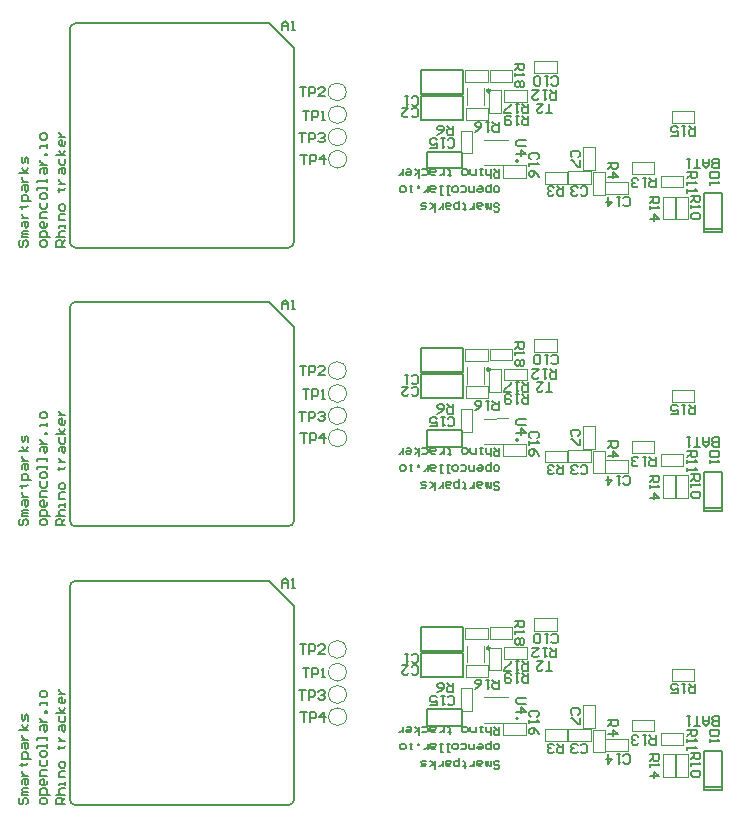
<source format=gto>
G04*
G04 #@! TF.GenerationSoftware,Altium Limited,Altium Designer,19.1.6 (110)*
G04*
G04 Layer_Color=65535*
%FSAX25Y25*%
%MOIN*%
G70*
G01*
G75*
%ADD27C,0.00787*%
%ADD30C,0.01000*%
%ADD33C,0.00591*%
%ADD34C,0.00598*%
%ADD77C,0.00394*%
D27*
X0305589Y0340472D02*
G03*
X0305589Y0340472I0000435J0000000D01*
G01*
X0374457Y0329818D02*
Y0316818D01*
Y0329818D02*
X0368457D01*
Y0316818D01*
X0374457Y0317818D02*
X0368457D01*
X0374457Y0316818D02*
X0368457D01*
X0287522Y0338116D02*
X0276022D01*
Y0343616D02*
Y0338116D01*
X0287522Y0343616D02*
X0276022D01*
X0287522D02*
Y0338116D01*
X0288102Y0354267D02*
X0274102D01*
X0288102Y0362267D02*
Y0354267D01*
Y0362267D02*
X0274102D01*
Y0354267D01*
X0288102Y0362968D02*
X0274102D01*
X0288102Y0370968D02*
Y0362968D01*
Y0370968D02*
X0274102D01*
Y0362968D01*
X0305589Y0247558D02*
G03*
X0305589Y0247558I0000435J0000000D01*
G01*
X0374457Y0236905D02*
Y0223905D01*
Y0236905D02*
X0368457D01*
Y0223905D01*
X0374457Y0224905D02*
X0368457D01*
X0374457Y0223905D02*
X0368457D01*
X0287522Y0245202D02*
X0276022D01*
Y0250702D02*
Y0245202D01*
X0287522Y0250702D02*
X0276022D01*
X0287522D02*
Y0245202D01*
X0288102Y0261354D02*
X0274102D01*
X0288102Y0269354D02*
Y0261354D01*
Y0269354D02*
X0274102D01*
Y0261354D01*
X0288102Y0270055D02*
X0274102D01*
X0288102Y0278055D02*
Y0270055D01*
Y0278055D02*
X0274102D01*
Y0270055D01*
X0305589Y0154645D02*
G03*
X0305589Y0154645I0000435J0000000D01*
G01*
X0374457Y0143992D02*
Y0130992D01*
Y0143992D02*
X0368457D01*
Y0130992D01*
X0374457Y0131992D02*
X0368457D01*
X0374457Y0130992D02*
X0368457D01*
X0287522Y0152289D02*
X0276022D01*
Y0157789D02*
Y0152289D01*
X0287522Y0157789D02*
X0276022D01*
X0287522D02*
Y0152289D01*
X0288102Y0168440D02*
X0274102D01*
X0288102Y0176440D02*
Y0168440D01*
Y0176440D02*
X0274102D01*
Y0168440D01*
X0288102Y0177141D02*
X0274102D01*
X0288102Y0185141D02*
Y0177141D01*
Y0185141D02*
X0274102D01*
Y0177141D01*
X0158858Y0200591D02*
G03*
X0156890Y0198622I0000000J-0001969D01*
G01*
Y0127756D02*
G03*
X0158858Y0125787I0001969J0000000D01*
G01*
X0229724D02*
G03*
X0231693Y0127756I0000000J0001969D01*
G01*
X0158858Y0125787D02*
X0229724D01*
X0156890Y0127756D02*
Y0198622D01*
X0158858Y0200591D02*
X0223425D01*
X0231693Y0192323D01*
Y0127756D02*
Y0192323D01*
X0158858Y0293504D02*
G03*
X0156890Y0291535I0000000J-0001969D01*
G01*
Y0220669D02*
G03*
X0158858Y0218701I0001969J0000000D01*
G01*
X0229724D02*
G03*
X0231693Y0220669I0000000J0001969D01*
G01*
X0158858Y0218701D02*
X0229724D01*
X0156890Y0220669D02*
Y0291535D01*
X0158858Y0293504D02*
X0223425D01*
X0231693Y0285236D01*
Y0220669D02*
Y0285236D01*
X0158858Y0386417D02*
G03*
X0156890Y0384449I0000000J-0001969D01*
G01*
Y0313583D02*
G03*
X0158858Y0311614I0001969J0000000D01*
G01*
X0229724D02*
G03*
X0231693Y0313583I0000000J0001969D01*
G01*
X0158858Y0311614D02*
X0229724D01*
X0156890Y0313583D02*
Y0384449D01*
X0158858Y0386417D02*
X0223425D01*
X0231693Y0378150D01*
Y0313583D02*
Y0378150D01*
D30*
X0296062Y0363936D02*
G03*
X0296062Y0363936I0000473J0000000D01*
G01*
Y0271023D02*
G03*
X0296062Y0271023I0000473J0000000D01*
G01*
Y0178110D02*
G03*
X0296062Y0178110I0000473J0000000D01*
G01*
D33*
X0298242Y0324097D02*
X0298701Y0323638D01*
X0299620D01*
X0300079Y0324097D01*
Y0324557D01*
X0299620Y0325016D01*
X0298701D01*
X0298242Y0325475D01*
Y0325934D01*
X0298701Y0326393D01*
X0299620D01*
X0300079Y0325934D01*
X0297324Y0326393D02*
Y0324557D01*
X0296865D01*
X0296405Y0325016D01*
Y0326393D01*
Y0325016D01*
X0295946Y0324557D01*
X0295487Y0325016D01*
Y0326393D01*
X0294110Y0324557D02*
X0293191D01*
X0292732Y0325016D01*
Y0326393D01*
X0294110D01*
X0294569Y0325934D01*
X0294110Y0325475D01*
X0292732D01*
X0291814Y0324557D02*
Y0326393D01*
Y0325475D01*
X0291354Y0325016D01*
X0290895Y0324557D01*
X0290436D01*
X0288599Y0324097D02*
Y0324557D01*
X0289059D01*
X0288140D01*
X0288599D01*
Y0325934D01*
X0288140Y0326393D01*
X0286763Y0327312D02*
Y0324557D01*
X0285385D01*
X0284926Y0325016D01*
Y0325934D01*
X0285385Y0326393D01*
X0286763D01*
X0283548Y0324557D02*
X0282630D01*
X0282171Y0325016D01*
Y0326393D01*
X0283548D01*
X0284008Y0325934D01*
X0283548Y0325475D01*
X0282171D01*
X0281253Y0324557D02*
Y0326393D01*
Y0325475D01*
X0280793Y0325016D01*
X0280334Y0324557D01*
X0279875D01*
X0278498Y0326393D02*
Y0323638D01*
Y0325475D02*
X0277120Y0324557D01*
X0278498Y0325475D02*
X0277120Y0326393D01*
X0275743D02*
X0274365D01*
X0273906Y0325934D01*
X0274365Y0325475D01*
X0275284D01*
X0275743Y0325016D01*
X0275284Y0324557D01*
X0273906D01*
X0299620Y0332035D02*
X0298701D01*
X0298242Y0331576D01*
Y0330658D01*
X0298701Y0330198D01*
X0299620D01*
X0300079Y0330658D01*
Y0331576D01*
X0299620Y0332035D01*
X0297324Y0332953D02*
Y0330198D01*
X0295946D01*
X0295487Y0330658D01*
Y0331576D01*
X0295946Y0332035D01*
X0297324D01*
X0293191D02*
X0294110D01*
X0294569Y0331576D01*
Y0330658D01*
X0294110Y0330198D01*
X0293191D01*
X0292732Y0330658D01*
Y0331117D01*
X0294569D01*
X0291814Y0332035D02*
Y0330198D01*
X0290436D01*
X0289977Y0330658D01*
Y0332035D01*
X0287222Y0330198D02*
X0288599D01*
X0289059Y0330658D01*
Y0331576D01*
X0288599Y0332035D01*
X0287222D01*
X0285844D02*
X0284926D01*
X0284467Y0331576D01*
Y0330658D01*
X0284926Y0330198D01*
X0285844D01*
X0286304Y0330658D01*
Y0331576D01*
X0285844Y0332035D01*
X0283548D02*
X0282630D01*
X0283089D01*
Y0329280D01*
X0283548D01*
X0281253Y0332035D02*
X0280334D01*
X0280793D01*
Y0329280D01*
X0281253D01*
X0278498Y0330198D02*
X0277579D01*
X0277120Y0330658D01*
Y0332035D01*
X0278498D01*
X0278957Y0331576D01*
X0278498Y0331117D01*
X0277120D01*
X0276202Y0330198D02*
Y0332035D01*
Y0331117D01*
X0275743Y0330658D01*
X0275284Y0330198D01*
X0274824D01*
X0273447Y0332035D02*
Y0331576D01*
X0272988D01*
Y0332035D01*
X0273447D01*
X0271151D02*
X0270233D01*
X0270692D01*
Y0330198D01*
X0271151D01*
X0268396Y0332035D02*
X0267478D01*
X0267018Y0331576D01*
Y0330658D01*
X0267478Y0330198D01*
X0268396D01*
X0268855Y0330658D01*
Y0331576D01*
X0268396Y0332035D01*
X0300079Y0337677D02*
Y0334922D01*
X0298701D01*
X0298242Y0335381D01*
Y0336299D01*
X0298701Y0336758D01*
X0300079D01*
X0299160D02*
X0298242Y0337677D01*
X0297324Y0334922D02*
Y0337677D01*
Y0336299D01*
X0296865Y0335840D01*
X0295946D01*
X0295487Y0336299D01*
Y0337677D01*
X0294569D02*
X0293650D01*
X0294110D01*
Y0335840D01*
X0294569D01*
X0292273Y0337677D02*
Y0335840D01*
X0290895D01*
X0290436Y0336299D01*
Y0337677D01*
X0289059D02*
X0288140D01*
X0287681Y0337217D01*
Y0336299D01*
X0288140Y0335840D01*
X0289059D01*
X0289518Y0336299D01*
Y0337217D01*
X0289059Y0337677D01*
X0283548Y0335381D02*
Y0335840D01*
X0284008D01*
X0283089D01*
X0283548D01*
Y0337217D01*
X0283089Y0337677D01*
X0281712Y0335840D02*
Y0337677D01*
Y0336758D01*
X0281253Y0336299D01*
X0280793Y0335840D01*
X0280334D01*
X0278498D02*
X0277579D01*
X0277120Y0336299D01*
Y0337677D01*
X0278498D01*
X0278957Y0337217D01*
X0278498Y0336758D01*
X0277120D01*
X0274365Y0335840D02*
X0275743D01*
X0276202Y0336299D01*
Y0337217D01*
X0275743Y0337677D01*
X0274365D01*
X0273447D02*
Y0334922D01*
Y0336758D02*
X0272069Y0335840D01*
X0273447Y0336758D02*
X0272069Y0337677D01*
X0269314D02*
X0270233D01*
X0270692Y0337217D01*
Y0336299D01*
X0270233Y0335840D01*
X0269314D01*
X0268855Y0336299D01*
Y0336758D01*
X0270692D01*
X0267937Y0335840D02*
Y0337677D01*
Y0336758D01*
X0267478Y0336299D01*
X0267018Y0335840D01*
X0266559D01*
X0362795Y0336810D02*
X0365944D01*
Y0335236D01*
X0365419Y0334712D01*
X0364370D01*
X0363845Y0335236D01*
Y0336810D01*
Y0335761D02*
X0362795Y0334712D01*
Y0333662D02*
Y0332612D01*
Y0333137D01*
X0365944D01*
X0365419Y0333662D01*
X0362795Y0331038D02*
Y0329989D01*
Y0330513D01*
X0365944D01*
X0365419Y0331038D01*
X0365276Y0352126D02*
Y0348977D01*
X0363701D01*
X0363176Y0349502D01*
Y0350551D01*
X0363701Y0351076D01*
X0365276D01*
X0364226D02*
X0363176Y0352126D01*
X0362127D02*
X0361077D01*
X0361602D01*
Y0348977D01*
X0362127Y0349502D01*
X0357404Y0348977D02*
X0359503D01*
Y0350551D01*
X0358454Y0350026D01*
X0357929D01*
X0357404Y0350551D01*
Y0351601D01*
X0357929Y0352126D01*
X0358978D01*
X0359503Y0351601D01*
X0350197Y0328543D02*
X0353345D01*
Y0326969D01*
X0352821Y0326444D01*
X0351771D01*
X0351246Y0326969D01*
Y0328543D01*
Y0327493D02*
X0350197Y0326444D01*
Y0325394D02*
Y0324345D01*
Y0324869D01*
X0353345D01*
X0352821Y0325394D01*
X0350197Y0321196D02*
X0353345D01*
X0351771Y0322770D01*
Y0320671D01*
X0352165Y0334842D02*
Y0331693D01*
X0350591D01*
X0350066Y0332218D01*
Y0333268D01*
X0350591Y0333792D01*
X0352165D01*
X0351116D02*
X0350066Y0334842D01*
X0349017D02*
X0347967D01*
X0348492D01*
Y0331693D01*
X0349017Y0332218D01*
X0346393D02*
X0345868Y0331693D01*
X0344819D01*
X0344294Y0332218D01*
Y0332743D01*
X0344819Y0333268D01*
X0345343D01*
X0344819D01*
X0344294Y0333792D01*
Y0334317D01*
X0344819Y0334842D01*
X0345868D01*
X0346393Y0334317D01*
X0363976Y0328937D02*
X0367125D01*
Y0327362D01*
X0366600Y0326837D01*
X0365551D01*
X0365026Y0327362D01*
Y0328937D01*
Y0327887D02*
X0363976Y0326837D01*
Y0325788D02*
Y0324738D01*
Y0325263D01*
X0367125D01*
X0366600Y0325788D01*
Y0323164D02*
X0367125Y0322639D01*
Y0321590D01*
X0366600Y0321065D01*
X0364501D01*
X0363976Y0321590D01*
Y0322639D01*
X0364501Y0323164D01*
X0366600D01*
X0327232Y0329462D02*
X0327756Y0328938D01*
X0328806D01*
X0329331Y0329462D01*
Y0331561D01*
X0328806Y0332086D01*
X0327756D01*
X0327232Y0331561D01*
X0326182Y0329462D02*
X0325657Y0328938D01*
X0324608D01*
X0324083Y0329462D01*
Y0329987D01*
X0324608Y0330512D01*
X0325132D01*
X0324608D01*
X0324083Y0331037D01*
Y0331561D01*
X0324608Y0332086D01*
X0325657D01*
X0326182Y0331561D01*
X0373228Y0338111D02*
Y0341259D01*
X0371654D01*
X0371129Y0340735D01*
Y0340210D01*
X0371654Y0339685D01*
X0373228D01*
X0371654D01*
X0371129Y0339160D01*
Y0338635D01*
X0371654Y0338111D01*
X0373228D01*
X0370080Y0341259D02*
Y0339160D01*
X0369030Y0338111D01*
X0367981Y0339160D01*
Y0341259D01*
Y0339685D01*
X0370080D01*
X0366931Y0338111D02*
X0364832D01*
X0365882D01*
Y0341259D01*
X0363783D02*
X0362733D01*
X0363258D01*
Y0338111D01*
X0363783Y0338635D01*
X0308857Y0347440D02*
X0306233D01*
X0305709Y0346916D01*
Y0345866D01*
X0306233Y0345341D01*
X0308857D01*
X0305709Y0342718D02*
X0308857D01*
X0307283Y0344292D01*
Y0342193D01*
X0284724Y0352322D02*
Y0349174D01*
X0283150D01*
X0282625Y0349698D01*
Y0350748D01*
X0283150Y0351273D01*
X0284724D01*
X0283675D02*
X0282625Y0352322D01*
X0279477Y0349174D02*
X0280526Y0349698D01*
X0281576Y0350748D01*
Y0351798D01*
X0281051Y0352322D01*
X0280001D01*
X0279477Y0351798D01*
Y0351273D01*
X0280001Y0350748D01*
X0281576D01*
X0336417Y0339960D02*
X0339566D01*
Y0338386D01*
X0339041Y0337861D01*
X0337991D01*
X0337467Y0338386D01*
Y0339960D01*
Y0338911D02*
X0336417Y0337861D01*
Y0335237D02*
X0339566D01*
X0337991Y0336811D01*
Y0334713D01*
X0321457Y0332086D02*
Y0328938D01*
X0319882D01*
X0319357Y0329462D01*
Y0330512D01*
X0319882Y0331037D01*
X0321457D01*
X0320407D02*
X0319357Y0332086D01*
X0318308Y0329462D02*
X0317783Y0328938D01*
X0316734D01*
X0316209Y0329462D01*
Y0329987D01*
X0316734Y0330512D01*
X0317259D01*
X0316734D01*
X0316209Y0331037D01*
Y0331561D01*
X0316734Y0332086D01*
X0317783D01*
X0318308Y0331561D01*
X0373424Y0336810D02*
X0370275D01*
Y0335236D01*
X0370800Y0334712D01*
X0372899D01*
X0373424Y0335236D01*
Y0336810D01*
X0370275Y0333662D02*
Y0332612D01*
Y0333137D01*
X0373424D01*
X0372899Y0333662D01*
X0312663Y0341011D02*
X0313188Y0341535D01*
Y0342585D01*
X0312663Y0343110D01*
X0310564D01*
X0310039Y0342585D01*
Y0341535D01*
X0310564Y0341011D01*
X0310039Y0339961D02*
Y0338912D01*
Y0339436D01*
X0313188D01*
X0312663Y0339961D01*
X0313188Y0335238D02*
X0312663Y0336288D01*
X0311614Y0337337D01*
X0310564D01*
X0310039Y0336812D01*
Y0335763D01*
X0310564Y0335238D01*
X0311089D01*
X0311614Y0335763D01*
Y0337337D01*
X0282901Y0345446D02*
X0283426Y0344922D01*
X0284475D01*
X0285000Y0345446D01*
Y0347546D01*
X0284475Y0348070D01*
X0283426D01*
X0282901Y0347546D01*
X0281851Y0348070D02*
X0280802D01*
X0281327D01*
Y0344922D01*
X0281851Y0345446D01*
X0277128Y0344922D02*
X0279227D01*
Y0346496D01*
X0278178Y0345971D01*
X0277653D01*
X0277128Y0346496D01*
Y0347546D01*
X0277653Y0348070D01*
X0278703D01*
X0279227Y0347546D01*
X0341405Y0325919D02*
X0341930Y0325394D01*
X0342979D01*
X0343504Y0325919D01*
Y0328018D01*
X0342979Y0328543D01*
X0341930D01*
X0341405Y0328018D01*
X0340355Y0328543D02*
X0339306D01*
X0339830D01*
Y0325394D01*
X0340355Y0325919D01*
X0336157Y0328543D02*
Y0325394D01*
X0337731Y0326969D01*
X0335632D01*
X0317428Y0366155D02*
X0317953Y0365630D01*
X0319003D01*
X0319528Y0366155D01*
Y0368254D01*
X0319003Y0368779D01*
X0317953D01*
X0317428Y0368254D01*
X0316379Y0368779D02*
X0315329D01*
X0315854D01*
Y0365630D01*
X0316379Y0366155D01*
X0313755D02*
X0313230Y0365630D01*
X0312181D01*
X0311656Y0366155D01*
Y0368254D01*
X0312181Y0368779D01*
X0313230D01*
X0313755Y0368254D01*
Y0366155D01*
X0326482Y0341798D02*
X0327007Y0342323D01*
Y0343372D01*
X0326482Y0343897D01*
X0324383D01*
X0323858Y0343372D01*
Y0342323D01*
X0324383Y0341798D01*
X0327007Y0340749D02*
Y0338650D01*
X0326482D01*
X0324383Y0340749D01*
X0323858D01*
X0270854Y0355604D02*
X0271378Y0355079D01*
X0272428D01*
X0272953Y0355604D01*
Y0357703D01*
X0272428Y0358228D01*
X0271378D01*
X0270854Y0357703D01*
X0267705Y0358228D02*
X0269804D01*
X0267705Y0356129D01*
Y0355604D01*
X0268230Y0355079D01*
X0269279D01*
X0269804Y0355604D01*
X0270854Y0359502D02*
X0271378Y0358977D01*
X0272428D01*
X0272953Y0359502D01*
Y0361601D01*
X0272428Y0362125D01*
X0271378D01*
X0270854Y0361601D01*
X0269804Y0362125D02*
X0268755D01*
X0269279D01*
Y0358977D01*
X0269804Y0359502D01*
X0298242Y0231184D02*
X0298701Y0230725D01*
X0299620D01*
X0300079Y0231184D01*
Y0231643D01*
X0299620Y0232102D01*
X0298701D01*
X0298242Y0232562D01*
Y0233021D01*
X0298701Y0233480D01*
X0299620D01*
X0300079Y0233021D01*
X0297324Y0233480D02*
Y0231643D01*
X0296865D01*
X0296405Y0232102D01*
Y0233480D01*
Y0232102D01*
X0295946Y0231643D01*
X0295487Y0232102D01*
Y0233480D01*
X0294110Y0231643D02*
X0293191D01*
X0292732Y0232102D01*
Y0233480D01*
X0294110D01*
X0294569Y0233021D01*
X0294110Y0232562D01*
X0292732D01*
X0291814Y0231643D02*
Y0233480D01*
Y0232562D01*
X0291354Y0232102D01*
X0290895Y0231643D01*
X0290436D01*
X0288599Y0231184D02*
Y0231643D01*
X0289059D01*
X0288140D01*
X0288599D01*
Y0233021D01*
X0288140Y0233480D01*
X0286763Y0234398D02*
Y0231643D01*
X0285385D01*
X0284926Y0232102D01*
Y0233021D01*
X0285385Y0233480D01*
X0286763D01*
X0283548Y0231643D02*
X0282630D01*
X0282171Y0232102D01*
Y0233480D01*
X0283548D01*
X0284008Y0233021D01*
X0283548Y0232562D01*
X0282171D01*
X0281253Y0231643D02*
Y0233480D01*
Y0232562D01*
X0280793Y0232102D01*
X0280334Y0231643D01*
X0279875D01*
X0278498Y0233480D02*
Y0230725D01*
Y0232562D02*
X0277120Y0231643D01*
X0278498Y0232562D02*
X0277120Y0233480D01*
X0275743D02*
X0274365D01*
X0273906Y0233021D01*
X0274365Y0232562D01*
X0275284D01*
X0275743Y0232102D01*
X0275284Y0231643D01*
X0273906D01*
X0299620Y0239122D02*
X0298701D01*
X0298242Y0238662D01*
Y0237744D01*
X0298701Y0237285D01*
X0299620D01*
X0300079Y0237744D01*
Y0238662D01*
X0299620Y0239122D01*
X0297324Y0240040D02*
Y0237285D01*
X0295946D01*
X0295487Y0237744D01*
Y0238662D01*
X0295946Y0239122D01*
X0297324D01*
X0293191D02*
X0294110D01*
X0294569Y0238662D01*
Y0237744D01*
X0294110Y0237285D01*
X0293191D01*
X0292732Y0237744D01*
Y0238203D01*
X0294569D01*
X0291814Y0239122D02*
Y0237285D01*
X0290436D01*
X0289977Y0237744D01*
Y0239122D01*
X0287222Y0237285D02*
X0288599D01*
X0289059Y0237744D01*
Y0238662D01*
X0288599Y0239122D01*
X0287222D01*
X0285844D02*
X0284926D01*
X0284467Y0238662D01*
Y0237744D01*
X0284926Y0237285D01*
X0285844D01*
X0286304Y0237744D01*
Y0238662D01*
X0285844Y0239122D01*
X0283548D02*
X0282630D01*
X0283089D01*
Y0236367D01*
X0283548D01*
X0281253Y0239122D02*
X0280334D01*
X0280793D01*
Y0236367D01*
X0281253D01*
X0278498Y0237285D02*
X0277579D01*
X0277120Y0237744D01*
Y0239122D01*
X0278498D01*
X0278957Y0238662D01*
X0278498Y0238203D01*
X0277120D01*
X0276202Y0237285D02*
Y0239122D01*
Y0238203D01*
X0275743Y0237744D01*
X0275284Y0237285D01*
X0274824D01*
X0273447Y0239122D02*
Y0238662D01*
X0272988D01*
Y0239122D01*
X0273447D01*
X0271151D02*
X0270233D01*
X0270692D01*
Y0237285D01*
X0271151D01*
X0268396Y0239122D02*
X0267478D01*
X0267018Y0238662D01*
Y0237744D01*
X0267478Y0237285D01*
X0268396D01*
X0268855Y0237744D01*
Y0238662D01*
X0268396Y0239122D01*
X0300079Y0244763D02*
Y0242008D01*
X0298701D01*
X0298242Y0242467D01*
Y0243386D01*
X0298701Y0243845D01*
X0300079D01*
X0299160D02*
X0298242Y0244763D01*
X0297324Y0242008D02*
Y0244763D01*
Y0243386D01*
X0296865Y0242927D01*
X0295946D01*
X0295487Y0243386D01*
Y0244763D01*
X0294569D02*
X0293650D01*
X0294110D01*
Y0242927D01*
X0294569D01*
X0292273Y0244763D02*
Y0242927D01*
X0290895D01*
X0290436Y0243386D01*
Y0244763D01*
X0289059D02*
X0288140D01*
X0287681Y0244304D01*
Y0243386D01*
X0288140Y0242927D01*
X0289059D01*
X0289518Y0243386D01*
Y0244304D01*
X0289059Y0244763D01*
X0283548Y0242467D02*
Y0242927D01*
X0284008D01*
X0283089D01*
X0283548D01*
Y0244304D01*
X0283089Y0244763D01*
X0281712Y0242927D02*
Y0244763D01*
Y0243845D01*
X0281253Y0243386D01*
X0280793Y0242927D01*
X0280334D01*
X0278498D02*
X0277579D01*
X0277120Y0243386D01*
Y0244763D01*
X0278498D01*
X0278957Y0244304D01*
X0278498Y0243845D01*
X0277120D01*
X0274365Y0242927D02*
X0275743D01*
X0276202Y0243386D01*
Y0244304D01*
X0275743Y0244763D01*
X0274365D01*
X0273447D02*
Y0242008D01*
Y0243845D02*
X0272069Y0242927D01*
X0273447Y0243845D02*
X0272069Y0244763D01*
X0269314D02*
X0270233D01*
X0270692Y0244304D01*
Y0243386D01*
X0270233Y0242927D01*
X0269314D01*
X0268855Y0243386D01*
Y0243845D01*
X0270692D01*
X0267937Y0242927D02*
Y0244763D01*
Y0243845D01*
X0267478Y0243386D01*
X0267018Y0242927D01*
X0266559D01*
X0362795Y0243897D02*
X0365944D01*
Y0242323D01*
X0365419Y0241798D01*
X0364370D01*
X0363845Y0242323D01*
Y0243897D01*
Y0242848D02*
X0362795Y0241798D01*
Y0240749D02*
Y0239699D01*
Y0240224D01*
X0365944D01*
X0365419Y0240749D01*
X0362795Y0238125D02*
Y0237075D01*
Y0237600D01*
X0365944D01*
X0365419Y0238125D01*
X0365276Y0259212D02*
Y0256064D01*
X0363701D01*
X0363176Y0256588D01*
Y0257638D01*
X0363701Y0258162D01*
X0365276D01*
X0364226D02*
X0363176Y0259212D01*
X0362127D02*
X0361077D01*
X0361602D01*
Y0256064D01*
X0362127Y0256588D01*
X0357404Y0256064D02*
X0359503D01*
Y0257638D01*
X0358454Y0257113D01*
X0357929D01*
X0357404Y0257638D01*
Y0258687D01*
X0357929Y0259212D01*
X0358978D01*
X0359503Y0258687D01*
X0350197Y0235629D02*
X0353345D01*
Y0234055D01*
X0352821Y0233530D01*
X0351771D01*
X0351246Y0234055D01*
Y0235629D01*
Y0234580D02*
X0350197Y0233530D01*
Y0232481D02*
Y0231431D01*
Y0231956D01*
X0353345D01*
X0352821Y0232481D01*
X0350197Y0228283D02*
X0353345D01*
X0351771Y0229857D01*
Y0227758D01*
X0352165Y0241929D02*
Y0238780D01*
X0350591D01*
X0350066Y0239305D01*
Y0240354D01*
X0350591Y0240879D01*
X0352165D01*
X0351116D02*
X0350066Y0241929D01*
X0349017D02*
X0347967D01*
X0348492D01*
Y0238780D01*
X0349017Y0239305D01*
X0346393D02*
X0345868Y0238780D01*
X0344819D01*
X0344294Y0239305D01*
Y0239829D01*
X0344819Y0240354D01*
X0345343D01*
X0344819D01*
X0344294Y0240879D01*
Y0241404D01*
X0344819Y0241929D01*
X0345868D01*
X0346393Y0241404D01*
X0363976Y0236023D02*
X0367125D01*
Y0234449D01*
X0366600Y0233924D01*
X0365551D01*
X0365026Y0234449D01*
Y0236023D01*
Y0234974D02*
X0363976Y0233924D01*
Y0232874D02*
Y0231825D01*
Y0232350D01*
X0367125D01*
X0366600Y0232874D01*
Y0230251D02*
X0367125Y0229726D01*
Y0228676D01*
X0366600Y0228152D01*
X0364501D01*
X0363976Y0228676D01*
Y0229726D01*
X0364501Y0230251D01*
X0366600D01*
X0327232Y0236549D02*
X0327756Y0236024D01*
X0328806D01*
X0329331Y0236549D01*
Y0238648D01*
X0328806Y0239173D01*
X0327756D01*
X0327232Y0238648D01*
X0326182Y0236549D02*
X0325657Y0236024D01*
X0324608D01*
X0324083Y0236549D01*
Y0237074D01*
X0324608Y0237598D01*
X0325132D01*
X0324608D01*
X0324083Y0238123D01*
Y0238648D01*
X0324608Y0239173D01*
X0325657D01*
X0326182Y0238648D01*
X0373228Y0245197D02*
Y0248346D01*
X0371654D01*
X0371129Y0247821D01*
Y0247296D01*
X0371654Y0246772D01*
X0373228D01*
X0371654D01*
X0371129Y0246247D01*
Y0245722D01*
X0371654Y0245197D01*
X0373228D01*
X0370080Y0248346D02*
Y0246247D01*
X0369030Y0245197D01*
X0367981Y0246247D01*
Y0248346D01*
Y0246772D01*
X0370080D01*
X0366931Y0245197D02*
X0364832D01*
X0365882D01*
Y0248346D01*
X0363783D02*
X0362733D01*
X0363258D01*
Y0245197D01*
X0363783Y0245722D01*
X0308857Y0254527D02*
X0306233D01*
X0305709Y0254002D01*
Y0252953D01*
X0306233Y0252428D01*
X0308857D01*
X0305709Y0249804D02*
X0308857D01*
X0307283Y0251378D01*
Y0249279D01*
X0284724Y0259409D02*
Y0256260D01*
X0283150D01*
X0282625Y0256785D01*
Y0257835D01*
X0283150Y0258359D01*
X0284724D01*
X0283675D02*
X0282625Y0259409D01*
X0279477Y0256260D02*
X0280526Y0256785D01*
X0281576Y0257835D01*
Y0258884D01*
X0281051Y0259409D01*
X0280001D01*
X0279477Y0258884D01*
Y0258359D01*
X0280001Y0257835D01*
X0281576D01*
X0336417Y0247047D02*
X0339566D01*
Y0245472D01*
X0339041Y0244948D01*
X0337991D01*
X0337467Y0245472D01*
Y0247047D01*
Y0245997D02*
X0336417Y0244948D01*
Y0242324D02*
X0339566D01*
X0337991Y0243898D01*
Y0241799D01*
X0321457Y0239173D02*
Y0236024D01*
X0319882D01*
X0319357Y0236549D01*
Y0237598D01*
X0319882Y0238123D01*
X0321457D01*
X0320407D02*
X0319357Y0239173D01*
X0318308Y0236549D02*
X0317783Y0236024D01*
X0316734D01*
X0316209Y0236549D01*
Y0237074D01*
X0316734Y0237598D01*
X0317259D01*
X0316734D01*
X0316209Y0238123D01*
Y0238648D01*
X0316734Y0239173D01*
X0317783D01*
X0318308Y0238648D01*
X0373424Y0243897D02*
X0370275D01*
Y0242323D01*
X0370800Y0241798D01*
X0372899D01*
X0373424Y0242323D01*
Y0243897D01*
X0370275Y0240749D02*
Y0239699D01*
Y0240224D01*
X0373424D01*
X0372899Y0240749D01*
X0312663Y0248097D02*
X0313188Y0248622D01*
Y0249672D01*
X0312663Y0250196D01*
X0310564D01*
X0310039Y0249672D01*
Y0248622D01*
X0310564Y0248097D01*
X0310039Y0247048D02*
Y0245998D01*
Y0246523D01*
X0313188D01*
X0312663Y0247048D01*
X0313188Y0242325D02*
X0312663Y0243374D01*
X0311614Y0244424D01*
X0310564D01*
X0310039Y0243899D01*
Y0242850D01*
X0310564Y0242325D01*
X0311089D01*
X0311614Y0242850D01*
Y0244424D01*
X0282901Y0252533D02*
X0283426Y0252008D01*
X0284475D01*
X0285000Y0252533D01*
Y0254632D01*
X0284475Y0255157D01*
X0283426D01*
X0282901Y0254632D01*
X0281851Y0255157D02*
X0280802D01*
X0281327D01*
Y0252008D01*
X0281851Y0252533D01*
X0277128Y0252008D02*
X0279227D01*
Y0253583D01*
X0278178Y0253058D01*
X0277653D01*
X0277128Y0253583D01*
Y0254632D01*
X0277653Y0255157D01*
X0278703D01*
X0279227Y0254632D01*
X0341405Y0233005D02*
X0341930Y0232481D01*
X0342979D01*
X0343504Y0233005D01*
Y0235105D01*
X0342979Y0235629D01*
X0341930D01*
X0341405Y0235105D01*
X0340355Y0235629D02*
X0339306D01*
X0339830D01*
Y0232481D01*
X0340355Y0233005D01*
X0336157Y0235629D02*
Y0232481D01*
X0337731Y0234055D01*
X0335632D01*
X0317428Y0273242D02*
X0317953Y0272717D01*
X0319003D01*
X0319528Y0273242D01*
Y0275341D01*
X0319003Y0275866D01*
X0317953D01*
X0317428Y0275341D01*
X0316379Y0275866D02*
X0315329D01*
X0315854D01*
Y0272717D01*
X0316379Y0273242D01*
X0313755D02*
X0313230Y0272717D01*
X0312181D01*
X0311656Y0273242D01*
Y0275341D01*
X0312181Y0275866D01*
X0313230D01*
X0313755Y0275341D01*
Y0273242D01*
X0326482Y0248885D02*
X0327007Y0249409D01*
Y0250459D01*
X0326482Y0250984D01*
X0324383D01*
X0323858Y0250459D01*
Y0249409D01*
X0324383Y0248885D01*
X0327007Y0247835D02*
Y0245736D01*
X0326482D01*
X0324383Y0247835D01*
X0323858D01*
X0270854Y0262691D02*
X0271378Y0262166D01*
X0272428D01*
X0272953Y0262691D01*
Y0264790D01*
X0272428Y0265314D01*
X0271378D01*
X0270854Y0264790D01*
X0267705Y0265314D02*
X0269804D01*
X0267705Y0263215D01*
Y0262691D01*
X0268230Y0262166D01*
X0269279D01*
X0269804Y0262691D01*
X0270854Y0266588D02*
X0271378Y0266063D01*
X0272428D01*
X0272953Y0266588D01*
Y0268687D01*
X0272428Y0269212D01*
X0271378D01*
X0270854Y0268687D01*
X0269804Y0269212D02*
X0268755D01*
X0269279D01*
Y0266063D01*
X0269804Y0266588D01*
X0298242Y0138271D02*
X0298701Y0137812D01*
X0299620D01*
X0300079Y0138271D01*
Y0138730D01*
X0299620Y0139189D01*
X0298701D01*
X0298242Y0139648D01*
Y0140107D01*
X0298701Y0140567D01*
X0299620D01*
X0300079Y0140107D01*
X0297324Y0140567D02*
Y0138730D01*
X0296865D01*
X0296405Y0139189D01*
Y0140567D01*
Y0139189D01*
X0295946Y0138730D01*
X0295487Y0139189D01*
Y0140567D01*
X0294110Y0138730D02*
X0293191D01*
X0292732Y0139189D01*
Y0140567D01*
X0294110D01*
X0294569Y0140107D01*
X0294110Y0139648D01*
X0292732D01*
X0291814Y0138730D02*
Y0140567D01*
Y0139648D01*
X0291354Y0139189D01*
X0290895Y0138730D01*
X0290436D01*
X0288599Y0138271D02*
Y0138730D01*
X0289059D01*
X0288140D01*
X0288599D01*
Y0140107D01*
X0288140Y0140567D01*
X0286763Y0141485D02*
Y0138730D01*
X0285385D01*
X0284926Y0139189D01*
Y0140107D01*
X0285385Y0140567D01*
X0286763D01*
X0283548Y0138730D02*
X0282630D01*
X0282171Y0139189D01*
Y0140567D01*
X0283548D01*
X0284008Y0140107D01*
X0283548Y0139648D01*
X0282171D01*
X0281253Y0138730D02*
Y0140567D01*
Y0139648D01*
X0280793Y0139189D01*
X0280334Y0138730D01*
X0279875D01*
X0278498Y0140567D02*
Y0137812D01*
Y0139648D02*
X0277120Y0138730D01*
X0278498Y0139648D02*
X0277120Y0140567D01*
X0275743D02*
X0274365D01*
X0273906Y0140107D01*
X0274365Y0139648D01*
X0275284D01*
X0275743Y0139189D01*
X0275284Y0138730D01*
X0273906D01*
X0299620Y0146208D02*
X0298701D01*
X0298242Y0145749D01*
Y0144831D01*
X0298701Y0144371D01*
X0299620D01*
X0300079Y0144831D01*
Y0145749D01*
X0299620Y0146208D01*
X0297324Y0147126D02*
Y0144371D01*
X0295946D01*
X0295487Y0144831D01*
Y0145749D01*
X0295946Y0146208D01*
X0297324D01*
X0293191D02*
X0294110D01*
X0294569Y0145749D01*
Y0144831D01*
X0294110Y0144371D01*
X0293191D01*
X0292732Y0144831D01*
Y0145290D01*
X0294569D01*
X0291814Y0146208D02*
Y0144371D01*
X0290436D01*
X0289977Y0144831D01*
Y0146208D01*
X0287222Y0144371D02*
X0288599D01*
X0289059Y0144831D01*
Y0145749D01*
X0288599Y0146208D01*
X0287222D01*
X0285844D02*
X0284926D01*
X0284467Y0145749D01*
Y0144831D01*
X0284926Y0144371D01*
X0285844D01*
X0286304Y0144831D01*
Y0145749D01*
X0285844Y0146208D01*
X0283548D02*
X0282630D01*
X0283089D01*
Y0143453D01*
X0283548D01*
X0281253Y0146208D02*
X0280334D01*
X0280793D01*
Y0143453D01*
X0281253D01*
X0278498Y0144371D02*
X0277579D01*
X0277120Y0144831D01*
Y0146208D01*
X0278498D01*
X0278957Y0145749D01*
X0278498Y0145290D01*
X0277120D01*
X0276202Y0144371D02*
Y0146208D01*
Y0145290D01*
X0275743Y0144831D01*
X0275284Y0144371D01*
X0274824D01*
X0273447Y0146208D02*
Y0145749D01*
X0272988D01*
Y0146208D01*
X0273447D01*
X0271151D02*
X0270233D01*
X0270692D01*
Y0144371D01*
X0271151D01*
X0268396Y0146208D02*
X0267478D01*
X0267018Y0145749D01*
Y0144831D01*
X0267478Y0144371D01*
X0268396D01*
X0268855Y0144831D01*
Y0145749D01*
X0268396Y0146208D01*
X0300079Y0151850D02*
Y0149095D01*
X0298701D01*
X0298242Y0149554D01*
Y0150472D01*
X0298701Y0150932D01*
X0300079D01*
X0299160D02*
X0298242Y0151850D01*
X0297324Y0149095D02*
Y0151850D01*
Y0150472D01*
X0296865Y0150013D01*
X0295946D01*
X0295487Y0150472D01*
Y0151850D01*
X0294569D02*
X0293650D01*
X0294110D01*
Y0150013D01*
X0294569D01*
X0292273Y0151850D02*
Y0150013D01*
X0290895D01*
X0290436Y0150472D01*
Y0151850D01*
X0289059D02*
X0288140D01*
X0287681Y0151391D01*
Y0150472D01*
X0288140Y0150013D01*
X0289059D01*
X0289518Y0150472D01*
Y0151391D01*
X0289059Y0151850D01*
X0283548Y0149554D02*
Y0150013D01*
X0284008D01*
X0283089D01*
X0283548D01*
Y0151391D01*
X0283089Y0151850D01*
X0281712Y0150013D02*
Y0151850D01*
Y0150932D01*
X0281253Y0150472D01*
X0280793Y0150013D01*
X0280334D01*
X0278498D02*
X0277579D01*
X0277120Y0150472D01*
Y0151850D01*
X0278498D01*
X0278957Y0151391D01*
X0278498Y0150932D01*
X0277120D01*
X0274365Y0150013D02*
X0275743D01*
X0276202Y0150472D01*
Y0151391D01*
X0275743Y0151850D01*
X0274365D01*
X0273447D02*
Y0149095D01*
Y0150932D02*
X0272069Y0150013D01*
X0273447Y0150932D02*
X0272069Y0151850D01*
X0269314D02*
X0270233D01*
X0270692Y0151391D01*
Y0150472D01*
X0270233Y0150013D01*
X0269314D01*
X0268855Y0150472D01*
Y0150932D01*
X0270692D01*
X0267937Y0150013D02*
Y0151850D01*
Y0150932D01*
X0267478Y0150472D01*
X0267018Y0150013D01*
X0266559D01*
X0362795Y0150984D02*
X0365944D01*
Y0149409D01*
X0365419Y0148885D01*
X0364370D01*
X0363845Y0149409D01*
Y0150984D01*
Y0149934D02*
X0362795Y0148885D01*
Y0147835D02*
Y0146786D01*
Y0147310D01*
X0365944D01*
X0365419Y0147835D01*
X0362795Y0145211D02*
Y0144162D01*
Y0144686D01*
X0365944D01*
X0365419Y0145211D01*
X0365276Y0166299D02*
Y0163150D01*
X0363701D01*
X0363176Y0163675D01*
Y0164724D01*
X0363701Y0165249D01*
X0365276D01*
X0364226D02*
X0363176Y0166299D01*
X0362127D02*
X0361077D01*
X0361602D01*
Y0163150D01*
X0362127Y0163675D01*
X0357404Y0163150D02*
X0359503D01*
Y0164724D01*
X0358454Y0164200D01*
X0357929D01*
X0357404Y0164724D01*
Y0165774D01*
X0357929Y0166299D01*
X0358978D01*
X0359503Y0165774D01*
X0350197Y0142716D02*
X0353345D01*
Y0141142D01*
X0352821Y0140617D01*
X0351771D01*
X0351246Y0141142D01*
Y0142716D01*
Y0141666D02*
X0350197Y0140617D01*
Y0139567D02*
Y0138518D01*
Y0139043D01*
X0353345D01*
X0352821Y0139567D01*
X0350197Y0135369D02*
X0353345D01*
X0351771Y0136944D01*
Y0134845D01*
X0352165Y0149015D02*
Y0145867D01*
X0350591D01*
X0350066Y0146391D01*
Y0147441D01*
X0350591Y0147966D01*
X0352165D01*
X0351116D02*
X0350066Y0149015D01*
X0349017D02*
X0347967D01*
X0348492D01*
Y0145867D01*
X0349017Y0146391D01*
X0346393D02*
X0345868Y0145867D01*
X0344819D01*
X0344294Y0146391D01*
Y0146916D01*
X0344819Y0147441D01*
X0345343D01*
X0344819D01*
X0344294Y0147966D01*
Y0148490D01*
X0344819Y0149015D01*
X0345868D01*
X0346393Y0148490D01*
X0363976Y0143110D02*
X0367125D01*
Y0141535D01*
X0366600Y0141011D01*
X0365551D01*
X0365026Y0141535D01*
Y0143110D01*
Y0142060D02*
X0363976Y0141011D01*
Y0139961D02*
Y0138912D01*
Y0139436D01*
X0367125D01*
X0366600Y0139961D01*
Y0137337D02*
X0367125Y0136812D01*
Y0135763D01*
X0366600Y0135238D01*
X0364501D01*
X0363976Y0135763D01*
Y0136812D01*
X0364501Y0137337D01*
X0366600D01*
X0327232Y0143635D02*
X0327756Y0143111D01*
X0328806D01*
X0329331Y0143635D01*
Y0145735D01*
X0328806Y0146259D01*
X0327756D01*
X0327232Y0145735D01*
X0326182Y0143635D02*
X0325657Y0143111D01*
X0324608D01*
X0324083Y0143635D01*
Y0144160D01*
X0324608Y0144685D01*
X0325132D01*
X0324608D01*
X0324083Y0145210D01*
Y0145735D01*
X0324608Y0146259D01*
X0325657D01*
X0326182Y0145735D01*
X0373228Y0152284D02*
Y0155432D01*
X0371654D01*
X0371129Y0154908D01*
Y0154383D01*
X0371654Y0153858D01*
X0373228D01*
X0371654D01*
X0371129Y0153333D01*
Y0152809D01*
X0371654Y0152284D01*
X0373228D01*
X0370080Y0155432D02*
Y0153333D01*
X0369030Y0152284D01*
X0367981Y0153333D01*
Y0155432D01*
Y0153858D01*
X0370080D01*
X0366931Y0152284D02*
X0364832D01*
X0365882D01*
Y0155432D01*
X0363783D02*
X0362733D01*
X0363258D01*
Y0152284D01*
X0363783Y0152809D01*
X0308857Y0161614D02*
X0306233D01*
X0305709Y0161089D01*
Y0160039D01*
X0306233Y0159515D01*
X0308857D01*
X0305709Y0156891D02*
X0308857D01*
X0307283Y0158465D01*
Y0156366D01*
X0284724Y0166496D02*
Y0163347D01*
X0283150D01*
X0282625Y0163872D01*
Y0164921D01*
X0283150Y0165446D01*
X0284724D01*
X0283675D02*
X0282625Y0166496D01*
X0279477Y0163347D02*
X0280526Y0163872D01*
X0281576Y0164921D01*
Y0165971D01*
X0281051Y0166496D01*
X0280001D01*
X0279477Y0165971D01*
Y0165446D01*
X0280001Y0164921D01*
X0281576D01*
X0336417Y0154133D02*
X0339566D01*
Y0152559D01*
X0339041Y0152034D01*
X0337991D01*
X0337467Y0152559D01*
Y0154133D01*
Y0153084D02*
X0336417Y0152034D01*
Y0149410D02*
X0339566D01*
X0337991Y0150985D01*
Y0148886D01*
X0321457Y0146259D02*
Y0143111D01*
X0319882D01*
X0319357Y0143635D01*
Y0144685D01*
X0319882Y0145210D01*
X0321457D01*
X0320407D02*
X0319357Y0146259D01*
X0318308Y0143635D02*
X0317783Y0143111D01*
X0316734D01*
X0316209Y0143635D01*
Y0144160D01*
X0316734Y0144685D01*
X0317259D01*
X0316734D01*
X0316209Y0145210D01*
Y0145735D01*
X0316734Y0146259D01*
X0317783D01*
X0318308Y0145735D01*
X0373424Y0150984D02*
X0370275D01*
Y0149409D01*
X0370800Y0148885D01*
X0372899D01*
X0373424Y0149409D01*
Y0150984D01*
X0370275Y0147835D02*
Y0146786D01*
Y0147310D01*
X0373424D01*
X0372899Y0147835D01*
X0312663Y0155184D02*
X0313188Y0155709D01*
Y0156758D01*
X0312663Y0157283D01*
X0310564D01*
X0310039Y0156758D01*
Y0155709D01*
X0310564Y0155184D01*
X0310039Y0154134D02*
Y0153085D01*
Y0153610D01*
X0313188D01*
X0312663Y0154134D01*
X0313188Y0149411D02*
X0312663Y0150461D01*
X0311614Y0151511D01*
X0310564D01*
X0310039Y0150986D01*
Y0149936D01*
X0310564Y0149411D01*
X0311089D01*
X0311614Y0149936D01*
Y0151511D01*
X0282901Y0159620D02*
X0283426Y0159095D01*
X0284475D01*
X0285000Y0159620D01*
Y0161719D01*
X0284475Y0162243D01*
X0283426D01*
X0282901Y0161719D01*
X0281851Y0162243D02*
X0280802D01*
X0281327D01*
Y0159095D01*
X0281851Y0159620D01*
X0277128Y0159095D02*
X0279227D01*
Y0160669D01*
X0278178Y0160144D01*
X0277653D01*
X0277128Y0160669D01*
Y0161719D01*
X0277653Y0162243D01*
X0278703D01*
X0279227Y0161719D01*
X0341405Y0140092D02*
X0341930Y0139567D01*
X0342979D01*
X0343504Y0140092D01*
Y0142191D01*
X0342979Y0142716D01*
X0341930D01*
X0341405Y0142191D01*
X0340355Y0142716D02*
X0339306D01*
X0339830D01*
Y0139567D01*
X0340355Y0140092D01*
X0336157Y0142716D02*
Y0139567D01*
X0337731Y0141142D01*
X0335632D01*
X0317428Y0180328D02*
X0317953Y0179804D01*
X0319003D01*
X0319528Y0180328D01*
Y0182427D01*
X0319003Y0182952D01*
X0317953D01*
X0317428Y0182427D01*
X0316379Y0182952D02*
X0315329D01*
X0315854D01*
Y0179804D01*
X0316379Y0180328D01*
X0313755D02*
X0313230Y0179804D01*
X0312181D01*
X0311656Y0180328D01*
Y0182427D01*
X0312181Y0182952D01*
X0313230D01*
X0313755Y0182427D01*
Y0180328D01*
X0326482Y0155971D02*
X0327007Y0156496D01*
Y0157545D01*
X0326482Y0158070D01*
X0324383D01*
X0323858Y0157545D01*
Y0156496D01*
X0324383Y0155971D01*
X0327007Y0154922D02*
Y0152823D01*
X0326482D01*
X0324383Y0154922D01*
X0323858D01*
X0270854Y0169777D02*
X0271378Y0169252D01*
X0272428D01*
X0272953Y0169777D01*
Y0171876D01*
X0272428Y0172401D01*
X0271378D01*
X0270854Y0171876D01*
X0267705Y0172401D02*
X0269804D01*
X0267705Y0170302D01*
Y0169777D01*
X0268230Y0169252D01*
X0269279D01*
X0269804Y0169777D01*
X0270854Y0173675D02*
X0271378Y0173150D01*
X0272428D01*
X0272953Y0173675D01*
Y0175774D01*
X0272428Y0176299D01*
X0271378D01*
X0270854Y0175774D01*
X0269804Y0176299D02*
X0268755D01*
X0269279D01*
Y0173150D01*
X0269804Y0173675D01*
X0140358Y0128201D02*
X0139834Y0127677D01*
Y0126627D01*
X0140358Y0126102D01*
X0140883D01*
X0141408Y0126627D01*
Y0127677D01*
X0141933Y0128201D01*
X0142457D01*
X0142982Y0127677D01*
Y0126627D01*
X0142457Y0126102D01*
X0142982Y0129251D02*
X0140883D01*
Y0129776D01*
X0141408Y0130300D01*
X0142982D01*
X0141408D01*
X0140883Y0130825D01*
X0141408Y0131350D01*
X0142982D01*
X0140883Y0132924D02*
Y0133974D01*
X0141408Y0134499D01*
X0142982D01*
Y0132924D01*
X0142457Y0132400D01*
X0141933Y0132924D01*
Y0134499D01*
X0140883Y0135548D02*
X0142982D01*
X0141933D01*
X0141408Y0136073D01*
X0140883Y0136598D01*
Y0137122D01*
X0140358Y0139222D02*
X0140883D01*
Y0138697D01*
Y0139746D01*
Y0139222D01*
X0142457D01*
X0142982Y0139746D01*
X0144032Y0141321D02*
X0140883D01*
Y0142895D01*
X0141408Y0143420D01*
X0142457D01*
X0142982Y0142895D01*
Y0141321D01*
X0140883Y0144994D02*
Y0146044D01*
X0141408Y0146568D01*
X0142982D01*
Y0144994D01*
X0142457Y0144469D01*
X0141933Y0144994D01*
Y0146568D01*
X0140883Y0147618D02*
X0142982D01*
X0141933D01*
X0141408Y0148143D01*
X0140883Y0148667D01*
Y0149192D01*
X0142982Y0150766D02*
X0139834D01*
X0141933D02*
X0140883Y0152341D01*
X0141933Y0150766D02*
X0142982Y0152341D01*
Y0153915D02*
Y0155489D01*
X0142457Y0156014D01*
X0141933Y0155489D01*
Y0154440D01*
X0141408Y0153915D01*
X0140883Y0154440D01*
Y0156014D01*
X0149227Y0126627D02*
Y0127677D01*
X0148703Y0128201D01*
X0147653D01*
X0147128Y0127677D01*
Y0126627D01*
X0147653Y0126102D01*
X0148703D01*
X0149227Y0126627D01*
X0150277Y0129251D02*
X0147128D01*
Y0130825D01*
X0147653Y0131350D01*
X0148703D01*
X0149227Y0130825D01*
Y0129251D01*
Y0133974D02*
Y0132924D01*
X0148703Y0132400D01*
X0147653D01*
X0147128Y0132924D01*
Y0133974D01*
X0147653Y0134499D01*
X0148178D01*
Y0132400D01*
X0149227Y0135548D02*
X0147128D01*
Y0137122D01*
X0147653Y0137647D01*
X0149227D01*
X0147128Y0140796D02*
Y0139222D01*
X0147653Y0138697D01*
X0148703D01*
X0149227Y0139222D01*
Y0140796D01*
Y0142370D02*
Y0143420D01*
X0148703Y0143944D01*
X0147653D01*
X0147128Y0143420D01*
Y0142370D01*
X0147653Y0141845D01*
X0148703D01*
X0149227Y0142370D01*
Y0144994D02*
Y0146044D01*
Y0145519D01*
X0146079D01*
Y0144994D01*
X0149227Y0147618D02*
Y0148667D01*
Y0148143D01*
X0146079D01*
Y0147618D01*
X0147128Y0150766D02*
Y0151816D01*
X0147653Y0152341D01*
X0149227D01*
Y0150766D01*
X0148703Y0150242D01*
X0148178Y0150766D01*
Y0152341D01*
X0147128Y0153390D02*
X0149227D01*
X0148178D01*
X0147653Y0153915D01*
X0147128Y0154440D01*
Y0154964D01*
X0149227Y0156539D02*
X0148703D01*
Y0157063D01*
X0149227D01*
Y0156539D01*
Y0159163D02*
Y0160212D01*
Y0159687D01*
X0147128D01*
Y0159163D01*
X0149227Y0162311D02*
Y0163361D01*
X0148703Y0163885D01*
X0147653D01*
X0147128Y0163361D01*
Y0162311D01*
X0147653Y0161786D01*
X0148703D01*
X0149227Y0162311D01*
X0155473Y0126102D02*
X0152324D01*
Y0127677D01*
X0152849Y0128201D01*
X0153898D01*
X0154423Y0127677D01*
Y0126102D01*
Y0127152D02*
X0155473Y0128201D01*
X0152324Y0129251D02*
X0155473D01*
X0153898D01*
X0153373Y0129776D01*
Y0130825D01*
X0153898Y0131350D01*
X0155473D01*
Y0132400D02*
Y0133449D01*
Y0132924D01*
X0153373D01*
Y0132400D01*
X0155473Y0135023D02*
X0153373D01*
Y0136598D01*
X0153898Y0137122D01*
X0155473D01*
Y0138697D02*
Y0139746D01*
X0154948Y0140271D01*
X0153898D01*
X0153373Y0139746D01*
Y0138697D01*
X0153898Y0138172D01*
X0154948D01*
X0155473Y0138697D01*
X0152849Y0144994D02*
X0153373D01*
Y0144469D01*
Y0145519D01*
Y0144994D01*
X0154948D01*
X0155473Y0145519D01*
X0153373Y0147093D02*
X0155473D01*
X0154423D01*
X0153898Y0147618D01*
X0153373Y0148143D01*
Y0148667D01*
Y0150766D02*
Y0151816D01*
X0153898Y0152341D01*
X0155473D01*
Y0150766D01*
X0154948Y0150242D01*
X0154423Y0150766D01*
Y0152341D01*
X0153373Y0155489D02*
Y0153915D01*
X0153898Y0153390D01*
X0154948D01*
X0155473Y0153915D01*
Y0155489D01*
Y0156539D02*
X0152324D01*
X0154423D02*
X0153373Y0158113D01*
X0154423Y0156539D02*
X0155473Y0158113D01*
Y0161262D02*
Y0160212D01*
X0154948Y0159687D01*
X0153898D01*
X0153373Y0160212D01*
Y0161262D01*
X0153898Y0161786D01*
X0154423D01*
Y0159687D01*
X0153373Y0162836D02*
X0155473D01*
X0154423D01*
X0153898Y0163361D01*
X0153373Y0163885D01*
Y0164410D01*
X0227683Y0198249D02*
Y0200348D01*
X0228733Y0201397D01*
X0229782Y0200348D01*
Y0198249D01*
Y0199823D01*
X0227683D01*
X0230832Y0198249D02*
X0231881D01*
X0231357D01*
Y0201397D01*
X0230832Y0200873D01*
X0233780Y0156810D02*
X0235879D01*
X0234829D01*
Y0153662D01*
X0236928D02*
Y0156810D01*
X0238502D01*
X0239027Y0156285D01*
Y0155236D01*
X0238502Y0154711D01*
X0236928D01*
X0241651Y0153662D02*
Y0156810D01*
X0240077Y0155236D01*
X0242176D01*
X0233425Y0164054D02*
X0235524D01*
X0234475D01*
Y0160906D01*
X0236574D02*
Y0164054D01*
X0238148D01*
X0238673Y0163529D01*
Y0162480D01*
X0238148Y0161955D01*
X0236574D01*
X0239722Y0163529D02*
X0240247Y0164054D01*
X0241297D01*
X0241821Y0163529D01*
Y0163005D01*
X0241297Y0162480D01*
X0240772D01*
X0241297D01*
X0241821Y0161955D01*
Y0161430D01*
X0241297Y0160906D01*
X0240247D01*
X0239722Y0161430D01*
X0233504Y0179369D02*
X0235603D01*
X0234554D01*
Y0176221D01*
X0236652D02*
Y0179369D01*
X0238227D01*
X0238752Y0178844D01*
Y0177795D01*
X0238227Y0177270D01*
X0236652D01*
X0241900Y0176221D02*
X0239801D01*
X0241900Y0178320D01*
Y0178844D01*
X0241375Y0179369D01*
X0240326D01*
X0239801Y0178844D01*
X0234567Y0171495D02*
X0236666D01*
X0235616D01*
Y0168347D01*
X0237716D02*
Y0171495D01*
X0239290D01*
X0239815Y0170970D01*
Y0169921D01*
X0239290Y0169396D01*
X0237716D01*
X0240864Y0168347D02*
X0241914D01*
X0241389D01*
Y0171495D01*
X0240864Y0170970D01*
X0140358Y0221115D02*
X0139834Y0220590D01*
Y0219541D01*
X0140358Y0219016D01*
X0140883D01*
X0141408Y0219541D01*
Y0220590D01*
X0141933Y0221115D01*
X0142457D01*
X0142982Y0220590D01*
Y0219541D01*
X0142457Y0219016D01*
X0142982Y0222164D02*
X0140883D01*
Y0222689D01*
X0141408Y0223214D01*
X0142982D01*
X0141408D01*
X0140883Y0223739D01*
X0141408Y0224264D01*
X0142982D01*
X0140883Y0225838D02*
Y0226887D01*
X0141408Y0227412D01*
X0142982D01*
Y0225838D01*
X0142457Y0225313D01*
X0141933Y0225838D01*
Y0227412D01*
X0140883Y0228462D02*
X0142982D01*
X0141933D01*
X0141408Y0228986D01*
X0140883Y0229511D01*
Y0230036D01*
X0140358Y0232135D02*
X0140883D01*
Y0231610D01*
Y0232660D01*
Y0232135D01*
X0142457D01*
X0142982Y0232660D01*
X0144032Y0234234D02*
X0140883D01*
Y0235808D01*
X0141408Y0236333D01*
X0142457D01*
X0142982Y0235808D01*
Y0234234D01*
X0140883Y0237907D02*
Y0238957D01*
X0141408Y0239482D01*
X0142982D01*
Y0237907D01*
X0142457Y0237383D01*
X0141933Y0237907D01*
Y0239482D01*
X0140883Y0240531D02*
X0142982D01*
X0141933D01*
X0141408Y0241056D01*
X0140883Y0241581D01*
Y0242106D01*
X0142982Y0243680D02*
X0139834D01*
X0141933D02*
X0140883Y0245254D01*
X0141933Y0243680D02*
X0142982Y0245254D01*
Y0246828D02*
Y0248403D01*
X0142457Y0248927D01*
X0141933Y0248403D01*
Y0247353D01*
X0141408Y0246828D01*
X0140883Y0247353D01*
Y0248927D01*
X0149227Y0219541D02*
Y0220590D01*
X0148703Y0221115D01*
X0147653D01*
X0147128Y0220590D01*
Y0219541D01*
X0147653Y0219016D01*
X0148703D01*
X0149227Y0219541D01*
X0150277Y0222164D02*
X0147128D01*
Y0223739D01*
X0147653Y0224264D01*
X0148703D01*
X0149227Y0223739D01*
Y0222164D01*
Y0226887D02*
Y0225838D01*
X0148703Y0225313D01*
X0147653D01*
X0147128Y0225838D01*
Y0226887D01*
X0147653Y0227412D01*
X0148178D01*
Y0225313D01*
X0149227Y0228462D02*
X0147128D01*
Y0230036D01*
X0147653Y0230561D01*
X0149227D01*
X0147128Y0233709D02*
Y0232135D01*
X0147653Y0231610D01*
X0148703D01*
X0149227Y0232135D01*
Y0233709D01*
Y0235283D02*
Y0236333D01*
X0148703Y0236858D01*
X0147653D01*
X0147128Y0236333D01*
Y0235283D01*
X0147653Y0234759D01*
X0148703D01*
X0149227Y0235283D01*
Y0237907D02*
Y0238957D01*
Y0238432D01*
X0146079D01*
Y0237907D01*
X0149227Y0240531D02*
Y0241581D01*
Y0241056D01*
X0146079D01*
Y0240531D01*
X0147128Y0243680D02*
Y0244729D01*
X0147653Y0245254D01*
X0149227D01*
Y0243680D01*
X0148703Y0243155D01*
X0148178Y0243680D01*
Y0245254D01*
X0147128Y0246304D02*
X0149227D01*
X0148178D01*
X0147653Y0246828D01*
X0147128Y0247353D01*
Y0247878D01*
X0149227Y0249452D02*
X0148703D01*
Y0249977D01*
X0149227D01*
Y0249452D01*
Y0252076D02*
Y0253126D01*
Y0252601D01*
X0147128D01*
Y0252076D01*
X0149227Y0255225D02*
Y0256274D01*
X0148703Y0256799D01*
X0147653D01*
X0147128Y0256274D01*
Y0255225D01*
X0147653Y0254700D01*
X0148703D01*
X0149227Y0255225D01*
X0155473Y0219016D02*
X0152324D01*
Y0220590D01*
X0152849Y0221115D01*
X0153898D01*
X0154423Y0220590D01*
Y0219016D01*
Y0220065D02*
X0155473Y0221115D01*
X0152324Y0222164D02*
X0155473D01*
X0153898D01*
X0153373Y0222689D01*
Y0223739D01*
X0153898Y0224264D01*
X0155473D01*
Y0225313D02*
Y0226362D01*
Y0225838D01*
X0153373D01*
Y0225313D01*
X0155473Y0227937D02*
X0153373D01*
Y0229511D01*
X0153898Y0230036D01*
X0155473D01*
Y0231610D02*
Y0232660D01*
X0154948Y0233185D01*
X0153898D01*
X0153373Y0232660D01*
Y0231610D01*
X0153898Y0231085D01*
X0154948D01*
X0155473Y0231610D01*
X0152849Y0237907D02*
X0153373D01*
Y0237383D01*
Y0238432D01*
Y0237907D01*
X0154948D01*
X0155473Y0238432D01*
X0153373Y0240006D02*
X0155473D01*
X0154423D01*
X0153898Y0240531D01*
X0153373Y0241056D01*
Y0241581D01*
Y0243680D02*
Y0244729D01*
X0153898Y0245254D01*
X0155473D01*
Y0243680D01*
X0154948Y0243155D01*
X0154423Y0243680D01*
Y0245254D01*
X0153373Y0248403D02*
Y0246828D01*
X0153898Y0246304D01*
X0154948D01*
X0155473Y0246828D01*
Y0248403D01*
Y0249452D02*
X0152324D01*
X0154423D02*
X0153373Y0251027D01*
X0154423Y0249452D02*
X0155473Y0251027D01*
Y0254175D02*
Y0253126D01*
X0154948Y0252601D01*
X0153898D01*
X0153373Y0253126D01*
Y0254175D01*
X0153898Y0254700D01*
X0154423D01*
Y0252601D01*
X0153373Y0255749D02*
X0155473D01*
X0154423D01*
X0153898Y0256274D01*
X0153373Y0256799D01*
Y0257324D01*
X0227683Y0291162D02*
Y0293261D01*
X0228733Y0294311D01*
X0229782Y0293261D01*
Y0291162D01*
Y0292737D01*
X0227683D01*
X0230832Y0291162D02*
X0231881D01*
X0231357D01*
Y0294311D01*
X0230832Y0293786D01*
X0233780Y0249724D02*
X0235879D01*
X0234829D01*
Y0246575D01*
X0236928D02*
Y0249724D01*
X0238502D01*
X0239027Y0249199D01*
Y0248149D01*
X0238502Y0247624D01*
X0236928D01*
X0241651Y0246575D02*
Y0249724D01*
X0240077Y0248149D01*
X0242176D01*
X0233425Y0256967D02*
X0235524D01*
X0234475D01*
Y0253819D01*
X0236574D02*
Y0256967D01*
X0238148D01*
X0238673Y0256443D01*
Y0255393D01*
X0238148Y0254869D01*
X0236574D01*
X0239722Y0256443D02*
X0240247Y0256967D01*
X0241297D01*
X0241821Y0256443D01*
Y0255918D01*
X0241297Y0255393D01*
X0240772D01*
X0241297D01*
X0241821Y0254869D01*
Y0254344D01*
X0241297Y0253819D01*
X0240247D01*
X0239722Y0254344D01*
X0233504Y0272283D02*
X0235603D01*
X0234554D01*
Y0269134D01*
X0236652D02*
Y0272283D01*
X0238227D01*
X0238752Y0271758D01*
Y0270708D01*
X0238227Y0270183D01*
X0236652D01*
X0241900Y0269134D02*
X0239801D01*
X0241900Y0271233D01*
Y0271758D01*
X0241375Y0272283D01*
X0240326D01*
X0239801Y0271758D01*
X0234567Y0264408D02*
X0236666D01*
X0235616D01*
Y0261260D01*
X0237716D02*
Y0264408D01*
X0239290D01*
X0239815Y0263884D01*
Y0262834D01*
X0239290Y0262309D01*
X0237716D01*
X0240864Y0261260D02*
X0241914D01*
X0241389D01*
Y0264408D01*
X0240864Y0263884D01*
X0140358Y0314028D02*
X0139834Y0313504D01*
Y0312454D01*
X0140358Y0311929D01*
X0140883D01*
X0141408Y0312454D01*
Y0313504D01*
X0141933Y0314028D01*
X0142457D01*
X0142982Y0313504D01*
Y0312454D01*
X0142457Y0311929D01*
X0142982Y0315078D02*
X0140883D01*
Y0315603D01*
X0141408Y0316127D01*
X0142982D01*
X0141408D01*
X0140883Y0316652D01*
X0141408Y0317177D01*
X0142982D01*
X0140883Y0318751D02*
Y0319801D01*
X0141408Y0320325D01*
X0142982D01*
Y0318751D01*
X0142457Y0318226D01*
X0141933Y0318751D01*
Y0320325D01*
X0140883Y0321375D02*
X0142982D01*
X0141933D01*
X0141408Y0321900D01*
X0140883Y0322425D01*
Y0322949D01*
X0140358Y0325048D02*
X0140883D01*
Y0324524D01*
Y0325573D01*
Y0325048D01*
X0142457D01*
X0142982Y0325573D01*
X0144032Y0327147D02*
X0140883D01*
Y0328722D01*
X0141408Y0329246D01*
X0142457D01*
X0142982Y0328722D01*
Y0327147D01*
X0140883Y0330821D02*
Y0331870D01*
X0141408Y0332395D01*
X0142982D01*
Y0330821D01*
X0142457Y0330296D01*
X0141933Y0330821D01*
Y0332395D01*
X0140883Y0333445D02*
X0142982D01*
X0141933D01*
X0141408Y0333969D01*
X0140883Y0334494D01*
Y0335019D01*
X0142982Y0336593D02*
X0139834D01*
X0141933D02*
X0140883Y0338168D01*
X0141933Y0336593D02*
X0142982Y0338168D01*
Y0339742D02*
Y0341316D01*
X0142457Y0341841D01*
X0141933Y0341316D01*
Y0340266D01*
X0141408Y0339742D01*
X0140883Y0340266D01*
Y0341841D01*
X0149227Y0312454D02*
Y0313504D01*
X0148703Y0314028D01*
X0147653D01*
X0147128Y0313504D01*
Y0312454D01*
X0147653Y0311929D01*
X0148703D01*
X0149227Y0312454D01*
X0150277Y0315078D02*
X0147128D01*
Y0316652D01*
X0147653Y0317177D01*
X0148703D01*
X0149227Y0316652D01*
Y0315078D01*
Y0319801D02*
Y0318751D01*
X0148703Y0318226D01*
X0147653D01*
X0147128Y0318751D01*
Y0319801D01*
X0147653Y0320325D01*
X0148178D01*
Y0318226D01*
X0149227Y0321375D02*
X0147128D01*
Y0322949D01*
X0147653Y0323474D01*
X0149227D01*
X0147128Y0326623D02*
Y0325048D01*
X0147653Y0324524D01*
X0148703D01*
X0149227Y0325048D01*
Y0326623D01*
Y0328197D02*
Y0329246D01*
X0148703Y0329771D01*
X0147653D01*
X0147128Y0329246D01*
Y0328197D01*
X0147653Y0327672D01*
X0148703D01*
X0149227Y0328197D01*
Y0330821D02*
Y0331870D01*
Y0331346D01*
X0146079D01*
Y0330821D01*
X0149227Y0333445D02*
Y0334494D01*
Y0333969D01*
X0146079D01*
Y0333445D01*
X0147128Y0336593D02*
Y0337643D01*
X0147653Y0338168D01*
X0149227D01*
Y0336593D01*
X0148703Y0336068D01*
X0148178Y0336593D01*
Y0338168D01*
X0147128Y0339217D02*
X0149227D01*
X0148178D01*
X0147653Y0339742D01*
X0147128Y0340266D01*
Y0340791D01*
X0149227Y0342366D02*
X0148703D01*
Y0342890D01*
X0149227D01*
Y0342366D01*
Y0344989D02*
Y0346039D01*
Y0345514D01*
X0147128D01*
Y0344989D01*
X0149227Y0348138D02*
Y0349188D01*
X0148703Y0349712D01*
X0147653D01*
X0147128Y0349188D01*
Y0348138D01*
X0147653Y0347613D01*
X0148703D01*
X0149227Y0348138D01*
X0155473Y0311929D02*
X0152324D01*
Y0313504D01*
X0152849Y0314028D01*
X0153898D01*
X0154423Y0313504D01*
Y0311929D01*
Y0312979D02*
X0155473Y0314028D01*
X0152324Y0315078D02*
X0155473D01*
X0153898D01*
X0153373Y0315603D01*
Y0316652D01*
X0153898Y0317177D01*
X0155473D01*
Y0318226D02*
Y0319276D01*
Y0318751D01*
X0153373D01*
Y0318226D01*
X0155473Y0320850D02*
X0153373D01*
Y0322425D01*
X0153898Y0322949D01*
X0155473D01*
Y0324524D02*
Y0325573D01*
X0154948Y0326098D01*
X0153898D01*
X0153373Y0325573D01*
Y0324524D01*
X0153898Y0323999D01*
X0154948D01*
X0155473Y0324524D01*
X0152849Y0330821D02*
X0153373D01*
Y0330296D01*
Y0331346D01*
Y0330821D01*
X0154948D01*
X0155473Y0331346D01*
X0153373Y0332920D02*
X0155473D01*
X0154423D01*
X0153898Y0333445D01*
X0153373Y0333969D01*
Y0334494D01*
Y0336593D02*
Y0337643D01*
X0153898Y0338168D01*
X0155473D01*
Y0336593D01*
X0154948Y0336068D01*
X0154423Y0336593D01*
Y0338168D01*
X0153373Y0341316D02*
Y0339742D01*
X0153898Y0339217D01*
X0154948D01*
X0155473Y0339742D01*
Y0341316D01*
Y0342366D02*
X0152324D01*
X0154423D02*
X0153373Y0343940D01*
X0154423Y0342366D02*
X0155473Y0343940D01*
Y0347089D02*
Y0346039D01*
X0154948Y0345514D01*
X0153898D01*
X0153373Y0346039D01*
Y0347089D01*
X0153898Y0347613D01*
X0154423D01*
Y0345514D01*
X0153373Y0348663D02*
X0155473D01*
X0154423D01*
X0153898Y0349187D01*
X0153373Y0349712D01*
Y0350237D01*
X0227683Y0384076D02*
Y0386175D01*
X0228733Y0387224D01*
X0229782Y0386175D01*
Y0384076D01*
Y0385650D01*
X0227683D01*
X0230832Y0384076D02*
X0231881D01*
X0231357D01*
Y0387224D01*
X0230832Y0386700D01*
X0233780Y0342637D02*
X0235879D01*
X0234829D01*
Y0339488D01*
X0236928D02*
Y0342637D01*
X0238502D01*
X0239027Y0342112D01*
Y0341063D01*
X0238502Y0340538D01*
X0236928D01*
X0241651Y0339488D02*
Y0342637D01*
X0240077Y0341063D01*
X0242176D01*
X0233425Y0349881D02*
X0235524D01*
X0234475D01*
Y0346732D01*
X0236574D02*
Y0349881D01*
X0238148D01*
X0238673Y0349356D01*
Y0348307D01*
X0238148Y0347782D01*
X0236574D01*
X0239722Y0349356D02*
X0240247Y0349881D01*
X0241297D01*
X0241821Y0349356D01*
Y0348831D01*
X0241297Y0348307D01*
X0240772D01*
X0241297D01*
X0241821Y0347782D01*
Y0347257D01*
X0241297Y0346732D01*
X0240247D01*
X0239722Y0347257D01*
X0233504Y0365196D02*
X0235603D01*
X0234554D01*
Y0362047D01*
X0236652D02*
Y0365196D01*
X0238227D01*
X0238752Y0364671D01*
Y0363622D01*
X0238227Y0363097D01*
X0236652D01*
X0241900Y0362047D02*
X0239801D01*
X0241900Y0364146D01*
Y0364671D01*
X0241375Y0365196D01*
X0240326D01*
X0239801Y0364671D01*
X0234567Y0357322D02*
X0236666D01*
X0235616D01*
Y0354173D01*
X0237716D02*
Y0357322D01*
X0239290D01*
X0239815Y0356797D01*
Y0355748D01*
X0239290Y0355223D01*
X0237716D01*
X0240864Y0354173D02*
X0241914D01*
X0241389D01*
Y0357322D01*
X0240864Y0356797D01*
D34*
X0317795Y0356497D02*
X0315696D01*
X0316746D01*
Y0359645D01*
X0312547D02*
X0314647D01*
X0312547Y0357546D01*
Y0357021D01*
X0313072Y0356497D01*
X0314122D01*
X0314647Y0357021D01*
X0309803Y0355590D02*
Y0352441D01*
X0308229D01*
X0307704Y0352966D01*
Y0354016D01*
X0308229Y0354540D01*
X0309803D01*
X0308753D02*
X0307704Y0355590D01*
X0306655D02*
X0305605D01*
X0306130D01*
Y0352441D01*
X0306655Y0352966D01*
X0304031Y0355065D02*
X0303506Y0355590D01*
X0302456D01*
X0301932Y0355065D01*
Y0352966D01*
X0302456Y0352441D01*
X0303506D01*
X0304031Y0352966D01*
Y0353491D01*
X0303506Y0354016D01*
X0301932D01*
X0305315Y0372952D02*
X0308464D01*
Y0371378D01*
X0307939Y0370853D01*
X0306889D01*
X0306364Y0371378D01*
Y0372952D01*
Y0371903D02*
X0305315Y0370853D01*
Y0369804D02*
Y0368754D01*
Y0369279D01*
X0308464D01*
X0307939Y0369804D01*
Y0367180D02*
X0308464Y0366655D01*
Y0365605D01*
X0307939Y0365081D01*
X0307414D01*
X0306889Y0365605D01*
X0306364Y0365081D01*
X0305840D01*
X0305315Y0365605D01*
Y0366655D01*
X0305840Y0367180D01*
X0306364D01*
X0306889Y0366655D01*
X0307414Y0367180D01*
X0307939D01*
X0306889Y0366655D02*
Y0365605D01*
X0309685Y0359645D02*
Y0356497D01*
X0308111D01*
X0307586Y0357021D01*
Y0358071D01*
X0308111Y0358596D01*
X0309685D01*
X0308635D02*
X0307586Y0359645D01*
X0306536D02*
X0305487D01*
X0306012D01*
Y0356497D01*
X0306536Y0357021D01*
X0303912Y0356497D02*
X0301814D01*
Y0357021D01*
X0303912Y0359120D01*
Y0359645D01*
X0299882Y0353464D02*
Y0350315D01*
X0298307D01*
X0297783Y0350840D01*
Y0351890D01*
X0298307Y0352414D01*
X0299882D01*
X0298832D02*
X0297783Y0353464D01*
X0296733D02*
X0295684D01*
X0296208D01*
Y0350315D01*
X0296733Y0350840D01*
X0292010Y0350315D02*
X0293060Y0350840D01*
X0294109Y0351890D01*
Y0352939D01*
X0293585Y0353464D01*
X0292535D01*
X0292010Y0352939D01*
Y0352414D01*
X0292535Y0351890D01*
X0294109D01*
X0319016Y0364055D02*
Y0360906D01*
X0317441D01*
X0316917Y0361431D01*
Y0362480D01*
X0317441Y0363005D01*
X0319016D01*
X0317966D02*
X0316917Y0364055D01*
X0315867D02*
X0314818D01*
X0315342D01*
Y0360906D01*
X0315867Y0361431D01*
X0311144Y0364055D02*
X0313243D01*
X0311144Y0361955D01*
Y0361431D01*
X0311669Y0360906D01*
X0312719D01*
X0313243Y0361431D01*
X0317795Y0263583D02*
X0315696D01*
X0316746D01*
Y0266732D01*
X0312547D02*
X0314647D01*
X0312547Y0264633D01*
Y0264108D01*
X0313072Y0263583D01*
X0314122D01*
X0314647Y0264108D01*
X0309803Y0262677D02*
Y0259528D01*
X0308229D01*
X0307704Y0260053D01*
Y0261102D01*
X0308229Y0261627D01*
X0309803D01*
X0308753D02*
X0307704Y0262677D01*
X0306655D02*
X0305605D01*
X0306130D01*
Y0259528D01*
X0306655Y0260053D01*
X0304031Y0262152D02*
X0303506Y0262677D01*
X0302456D01*
X0301932Y0262152D01*
Y0260053D01*
X0302456Y0259528D01*
X0303506D01*
X0304031Y0260053D01*
Y0260578D01*
X0303506Y0261102D01*
X0301932D01*
X0305315Y0280039D02*
X0308464D01*
Y0278465D01*
X0307939Y0277940D01*
X0306889D01*
X0306364Y0278465D01*
Y0280039D01*
Y0278989D02*
X0305315Y0277940D01*
Y0276890D02*
Y0275841D01*
Y0276365D01*
X0308464D01*
X0307939Y0276890D01*
Y0274266D02*
X0308464Y0273742D01*
Y0272692D01*
X0307939Y0272167D01*
X0307414D01*
X0306889Y0272692D01*
X0306364Y0272167D01*
X0305840D01*
X0305315Y0272692D01*
Y0273742D01*
X0305840Y0274266D01*
X0306364D01*
X0306889Y0273742D01*
X0307414Y0274266D01*
X0307939D01*
X0306889Y0273742D02*
Y0272692D01*
X0309685Y0266732D02*
Y0263583D01*
X0308111D01*
X0307586Y0264108D01*
Y0265157D01*
X0308111Y0265682D01*
X0309685D01*
X0308635D02*
X0307586Y0266732D01*
X0306536D02*
X0305487D01*
X0306012D01*
Y0263583D01*
X0306536Y0264108D01*
X0303912Y0263583D02*
X0301814D01*
Y0264108D01*
X0303912Y0266207D01*
Y0266732D01*
X0299882Y0260551D02*
Y0257402D01*
X0298307D01*
X0297783Y0257927D01*
Y0258976D01*
X0298307Y0259501D01*
X0299882D01*
X0298832D02*
X0297783Y0260551D01*
X0296733D02*
X0295684D01*
X0296208D01*
Y0257402D01*
X0296733Y0257927D01*
X0292010Y0257402D02*
X0293060Y0257927D01*
X0294109Y0258976D01*
Y0260026D01*
X0293585Y0260551D01*
X0292535D01*
X0292010Y0260026D01*
Y0259501D01*
X0292535Y0258976D01*
X0294109D01*
X0319016Y0271141D02*
Y0267993D01*
X0317441D01*
X0316917Y0268517D01*
Y0269567D01*
X0317441Y0270092D01*
X0319016D01*
X0317966D02*
X0316917Y0271141D01*
X0315867D02*
X0314818D01*
X0315342D01*
Y0267993D01*
X0315867Y0268517D01*
X0311144Y0271141D02*
X0313243D01*
X0311144Y0269042D01*
Y0268517D01*
X0311669Y0267993D01*
X0312719D01*
X0313243Y0268517D01*
X0317795Y0170670D02*
X0315696D01*
X0316746D01*
Y0173818D01*
X0312547D02*
X0314647D01*
X0312547Y0171719D01*
Y0171195D01*
X0313072Y0170670D01*
X0314122D01*
X0314647Y0171195D01*
X0309803Y0169763D02*
Y0166615D01*
X0308229D01*
X0307704Y0167139D01*
Y0168189D01*
X0308229Y0168714D01*
X0309803D01*
X0308753D02*
X0307704Y0169763D01*
X0306655D02*
X0305605D01*
X0306130D01*
Y0166615D01*
X0306655Y0167139D01*
X0304031Y0169238D02*
X0303506Y0169763D01*
X0302456D01*
X0301932Y0169238D01*
Y0167139D01*
X0302456Y0166615D01*
X0303506D01*
X0304031Y0167139D01*
Y0167664D01*
X0303506Y0168189D01*
X0301932D01*
X0305315Y0187125D02*
X0308464D01*
Y0185551D01*
X0307939Y0185026D01*
X0306889D01*
X0306364Y0185551D01*
Y0187125D01*
Y0186076D02*
X0305315Y0185026D01*
Y0183977D02*
Y0182927D01*
Y0183452D01*
X0308464D01*
X0307939Y0183977D01*
Y0181353D02*
X0308464Y0180828D01*
Y0179779D01*
X0307939Y0179254D01*
X0307414D01*
X0306889Y0179779D01*
X0306364Y0179254D01*
X0305840D01*
X0305315Y0179779D01*
Y0180828D01*
X0305840Y0181353D01*
X0306364D01*
X0306889Y0180828D01*
X0307414Y0181353D01*
X0307939D01*
X0306889Y0180828D02*
Y0179779D01*
X0309685Y0173818D02*
Y0170670D01*
X0308111D01*
X0307586Y0171195D01*
Y0172244D01*
X0308111Y0172769D01*
X0309685D01*
X0308635D02*
X0307586Y0173818D01*
X0306536D02*
X0305487D01*
X0306012D01*
Y0170670D01*
X0306536Y0171195D01*
X0303912Y0170670D02*
X0301814D01*
Y0171195D01*
X0303912Y0173294D01*
Y0173818D01*
X0299882Y0167637D02*
Y0164489D01*
X0298307D01*
X0297783Y0165013D01*
Y0166063D01*
X0298307Y0166588D01*
X0299882D01*
X0298832D02*
X0297783Y0167637D01*
X0296733D02*
X0295684D01*
X0296208D01*
Y0164489D01*
X0296733Y0165013D01*
X0292010Y0164489D02*
X0293060Y0165013D01*
X0294109Y0166063D01*
Y0167113D01*
X0293585Y0167637D01*
X0292535D01*
X0292010Y0167113D01*
Y0166588D01*
X0292535Y0166063D01*
X0294109D01*
X0319016Y0178228D02*
Y0175079D01*
X0317441D01*
X0316917Y0175604D01*
Y0176654D01*
X0317441Y0177178D01*
X0319016D01*
X0317966D02*
X0316917Y0178228D01*
X0315867D02*
X0314818D01*
X0315342D01*
Y0175079D01*
X0315867Y0175604D01*
X0311144Y0178228D02*
X0313243D01*
X0311144Y0176129D01*
Y0175604D01*
X0311669Y0175079D01*
X0312719D01*
X0313243Y0175604D01*
D77*
X0294961Y0364724D02*
Y0359212D01*
X0289449Y0364724D02*
Y0359212D01*
X0296339Y0358267D02*
Y0354330D01*
Y0358267D02*
X0288858D01*
Y0354330D01*
X0296339D02*
X0288858D01*
X0309173Y0364212D02*
Y0360275D01*
Y0364212D02*
X0301693D01*
Y0360275D01*
X0309173D02*
X0301693D01*
X0300709Y0356574D02*
X0296772D01*
X0300709Y0364055D02*
Y0356574D01*
Y0364055D02*
X0296772D01*
Y0356574D01*
X0296299Y0370787D02*
Y0366850D01*
Y0370787D02*
X0288819D01*
Y0366850D01*
X0296299D02*
X0288819D01*
X0304409Y0370866D02*
Y0366929D01*
Y0370866D02*
X0296929D01*
Y0366929D01*
X0304409D02*
X0296929D01*
X0302953Y0347598D02*
X0295079Y0347578D01*
X0302953Y0339114D02*
X0295079D01*
X0365118Y0357007D02*
Y0353070D01*
Y0357007D02*
X0357638D01*
Y0353070D01*
X0365118D02*
X0357638D01*
X0358701Y0328622D02*
X0354764D01*
Y0321141D01*
X0358701D02*
X0354764D01*
X0358701Y0328622D02*
Y0321141D01*
X0344291Y0340157D02*
Y0336220D01*
X0351772D02*
X0344291D01*
X0351772Y0340157D02*
Y0336220D01*
Y0340157D02*
X0344291D01*
X0353937Y0335629D02*
Y0331692D01*
X0361417D02*
X0353937D01*
X0361417Y0335629D02*
Y0331692D01*
Y0335629D02*
X0353937D01*
X0362992Y0328622D02*
X0359055D01*
Y0321141D01*
X0362992D02*
X0359055D01*
X0362992Y0328622D02*
Y0321141D01*
X0291142Y0343110D02*
X0287205D01*
X0291142Y0350590D02*
Y0343110D01*
Y0350590D02*
X0287205D01*
Y0343110D01*
X0335236Y0336810D02*
X0331299D01*
Y0329330D01*
X0335236D02*
X0331299D01*
X0335236Y0336810D02*
Y0329330D01*
X0315236Y0336889D02*
Y0332952D01*
X0322716D02*
X0315236D01*
X0322716Y0336889D02*
Y0332952D01*
Y0336889D02*
X0315236D01*
X0308878Y0339074D02*
X0301201D01*
X0308878D02*
Y0334940D01*
X0301201D01*
Y0339074D02*
Y0334940D01*
X0342972Y0329507D02*
X0335295D01*
Y0333641D02*
Y0329507D01*
X0342972Y0333641D02*
X0335295D01*
X0342972D02*
Y0329507D01*
X0319311Y0369822D02*
X0311634D01*
Y0373956D02*
Y0369822D01*
X0319311Y0373956D02*
X0311634D01*
X0319311D02*
Y0369822D01*
X0327894Y0345137D02*
Y0337460D01*
X0332028Y0345137D02*
X0327894D01*
X0332028D02*
Y0337460D01*
X0327894D01*
X0330807Y0337106D02*
X0323130D01*
X0330807D02*
Y0332972D01*
X0323130D01*
Y0337106D02*
Y0332972D01*
X0294961Y0271811D02*
Y0266299D01*
X0289449Y0271811D02*
Y0266299D01*
X0296339Y0265354D02*
Y0261417D01*
Y0265354D02*
X0288858D01*
Y0261417D01*
X0296339D02*
X0288858D01*
X0309173Y0271299D02*
Y0267362D01*
Y0271299D02*
X0301693D01*
Y0267362D01*
X0309173D02*
X0301693D01*
X0300709Y0263661D02*
X0296772D01*
X0300709Y0271141D02*
Y0263661D01*
Y0271141D02*
X0296772D01*
Y0263661D01*
X0296299Y0277873D02*
Y0273937D01*
Y0277873D02*
X0288819D01*
Y0273937D01*
X0296299D02*
X0288819D01*
X0304409Y0277952D02*
Y0274015D01*
Y0277952D02*
X0296929D01*
Y0274015D01*
X0304409D02*
X0296929D01*
X0302953Y0254684D02*
X0295079Y0254665D01*
X0302953Y0246200D02*
X0295079D01*
X0365118Y0264094D02*
Y0260157D01*
Y0264094D02*
X0357638D01*
Y0260157D01*
X0365118D02*
X0357638D01*
X0358701Y0235708D02*
X0354764D01*
Y0228228D01*
X0358701D02*
X0354764D01*
X0358701Y0235708D02*
Y0228228D01*
X0344291Y0247244D02*
Y0243307D01*
X0351772D02*
X0344291D01*
X0351772Y0247244D02*
Y0243307D01*
Y0247244D02*
X0344291D01*
X0353937Y0242716D02*
Y0238779D01*
X0361417D02*
X0353937D01*
X0361417Y0242716D02*
Y0238779D01*
Y0242716D02*
X0353937D01*
X0362992Y0235708D02*
X0359055D01*
Y0228228D01*
X0362992D02*
X0359055D01*
X0362992Y0235708D02*
Y0228228D01*
X0291142Y0250196D02*
X0287205D01*
X0291142Y0257677D02*
Y0250196D01*
Y0257677D02*
X0287205D01*
Y0250196D01*
X0335236Y0243897D02*
X0331299D01*
Y0236417D01*
X0335236D02*
X0331299D01*
X0335236Y0243897D02*
Y0236417D01*
X0315236Y0243976D02*
Y0240039D01*
X0322716D02*
X0315236D01*
X0322716Y0243976D02*
Y0240039D01*
Y0243976D02*
X0315236D01*
X0308878Y0246161D02*
X0301201D01*
X0308878D02*
Y0242027D01*
X0301201D01*
Y0246161D02*
Y0242027D01*
X0342972Y0236594D02*
X0335295D01*
Y0240728D02*
Y0236594D01*
X0342972Y0240728D02*
X0335295D01*
X0342972D02*
Y0236594D01*
X0319311Y0276909D02*
X0311634D01*
Y0281043D02*
Y0276909D01*
X0319311Y0281043D02*
X0311634D01*
X0319311D02*
Y0276909D01*
X0327894Y0252224D02*
Y0244547D01*
X0332028Y0252224D02*
X0327894D01*
X0332028D02*
Y0244547D01*
X0327894D01*
X0330807Y0244192D02*
X0323130D01*
X0330807D02*
Y0240058D01*
X0323130D01*
Y0244192D02*
Y0240058D01*
X0294961Y0178897D02*
Y0173385D01*
X0289449Y0178897D02*
Y0173385D01*
X0296339Y0172440D02*
Y0168503D01*
Y0172440D02*
X0288858D01*
Y0168503D01*
X0296339D02*
X0288858D01*
X0309173Y0178385D02*
Y0174448D01*
Y0178385D02*
X0301693D01*
Y0174448D01*
X0309173D02*
X0301693D01*
X0300709Y0170747D02*
X0296772D01*
X0300709Y0178228D02*
Y0170747D01*
Y0178228D02*
X0296772D01*
Y0170747D01*
X0296299Y0184960D02*
Y0181023D01*
Y0184960D02*
X0288819D01*
Y0181023D01*
X0296299D02*
X0288819D01*
X0304409Y0185039D02*
Y0181102D01*
Y0185039D02*
X0296929D01*
Y0181102D01*
X0304409D02*
X0296929D01*
X0302953Y0161771D02*
X0295079Y0161751D01*
X0302953Y0153287D02*
X0295079D01*
X0365118Y0171180D02*
Y0167244D01*
Y0171180D02*
X0357638D01*
Y0167244D01*
X0365118D02*
X0357638D01*
X0358701Y0142795D02*
X0354764D01*
Y0135314D01*
X0358701D02*
X0354764D01*
X0358701Y0142795D02*
Y0135314D01*
X0344291Y0154330D02*
Y0150393D01*
X0351772D02*
X0344291D01*
X0351772Y0154330D02*
Y0150393D01*
Y0154330D02*
X0344291D01*
X0353937Y0149803D02*
Y0145866D01*
X0361417D02*
X0353937D01*
X0361417Y0149803D02*
Y0145866D01*
Y0149803D02*
X0353937D01*
X0362992Y0142795D02*
X0359055D01*
Y0135314D01*
X0362992D02*
X0359055D01*
X0362992Y0142795D02*
Y0135314D01*
X0291142Y0157283D02*
X0287205D01*
X0291142Y0164763D02*
Y0157283D01*
Y0164763D02*
X0287205D01*
Y0157283D01*
X0335236Y0150984D02*
X0331299D01*
Y0143503D01*
X0335236D02*
X0331299D01*
X0335236Y0150984D02*
Y0143503D01*
X0315236Y0151062D02*
Y0147125D01*
X0322716D02*
X0315236D01*
X0322716Y0151062D02*
Y0147125D01*
Y0151062D02*
X0315236D01*
X0308878Y0153247D02*
X0301201D01*
X0308878D02*
Y0149114D01*
X0301201D01*
Y0153247D02*
Y0149114D01*
X0342972Y0143681D02*
X0335295D01*
Y0147814D02*
Y0143681D01*
X0342972Y0147814D02*
X0335295D01*
X0342972D02*
Y0143681D01*
X0319311Y0183995D02*
X0311634D01*
Y0188129D02*
Y0183995D01*
X0319311Y0188129D02*
X0311634D01*
X0319311D02*
Y0183995D01*
X0327894Y0159310D02*
Y0151633D01*
X0332028Y0159310D02*
X0327894D01*
X0332028D02*
Y0151633D01*
X0327894D01*
X0330807Y0151279D02*
X0323130D01*
X0330807D02*
Y0147145D01*
X0323130D01*
Y0151279D02*
Y0147145D01*
X0249174Y0155276D02*
G03*
X0249174Y0155276I-0002993J0000000D01*
G01*
X0249135Y0170118D02*
G03*
X0249135Y0170118I-0002993J0000000D01*
G01*
X0249056Y0177717D02*
G03*
X0249056Y0177717I-0002993J0000000D01*
G01*
X0249135Y0162677D02*
G03*
X0249135Y0162677I-0002993J0000000D01*
G01*
X0249174Y0248189D02*
G03*
X0249174Y0248189I-0002993J0000000D01*
G01*
X0249135Y0263032D02*
G03*
X0249135Y0263032I-0002993J0000000D01*
G01*
X0249056Y0270630D02*
G03*
X0249056Y0270630I-0002993J0000000D01*
G01*
X0249135Y0255591D02*
G03*
X0249135Y0255591I-0002993J0000000D01*
G01*
X0249174Y0341102D02*
G03*
X0249174Y0341102I-0002993J0000000D01*
G01*
X0249135Y0355945D02*
G03*
X0249135Y0355945I-0002993J0000000D01*
G01*
X0249056Y0363543D02*
G03*
X0249056Y0363543I-0002993J0000000D01*
G01*
X0249135Y0348504D02*
G03*
X0249135Y0348504I-0002993J0000000D01*
G01*
M02*

</source>
